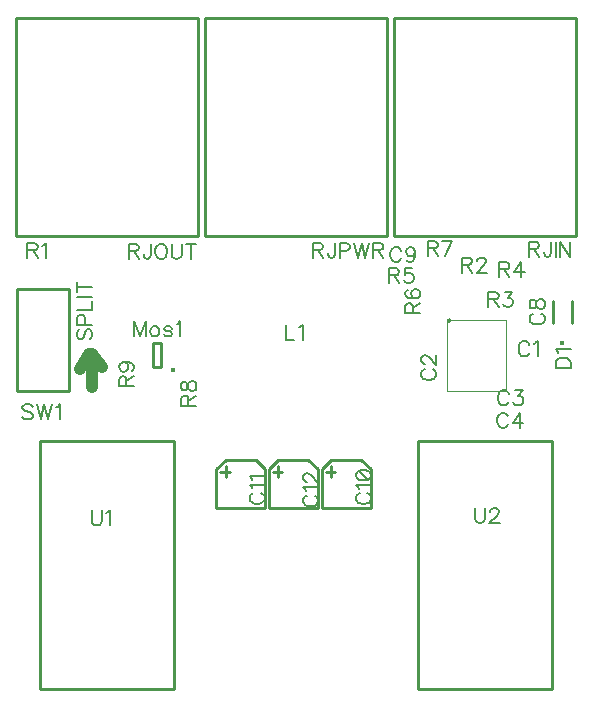
<source format=gbr>
G04 DipTrace 3.0.0.0*
G04 TopSilk.gbr*
%MOIN*%
G04 #@! TF.FileFunction,Legend,Top*
G04 #@! TF.Part,Single*
%ADD10C,0.009843*%
%ADD16C,0.03937*%
%ADD24C,0.003937*%
%ADD35C,0.015749*%
%ADD38C,0.01543*%
%ADD59C,0.00772*%
%FSLAX26Y26*%
G04*
G70*
G90*
G75*
G01*
G04 TopSilk*
%LPD*%
X1868035Y1491252D2*
D10*
G02X1868035Y1491252I3122J0D01*
G01*
X1863347Y1493742D2*
D24*
X2060210D1*
Y1257507D1*
X1863347D1*
Y1493742D1*
X1609302Y865465D2*
D10*
X1446802D1*
Y996715D1*
X1478051Y1027983D1*
X1578054Y1028057D1*
X1609302Y996715D1*
Y865465D1*
X1459299Y986927D2*
X1490547D1*
X1478051Y971061D2*
Y1007919D1*
X1257793Y865465D2*
X1095293D1*
Y996715D1*
X1126542Y1027983D1*
X1226545Y1028057D1*
X1257793Y996715D1*
Y865465D1*
X1107790Y986927D2*
X1139038D1*
X1126542Y971061D2*
Y1007919D1*
X1433267Y865465D2*
X1270767D1*
Y996715D1*
X1302016Y1027983D1*
X1402018Y1028057D1*
X1433267Y996715D1*
Y865465D1*
X1283263Y986927D2*
X1314512D1*
X1302016Y971061D2*
Y1007919D1*
X2216119Y1484484D2*
Y1555363D1*
X2279114Y1484484D2*
Y1555363D1*
D35*
X2247617Y1415594D3*
D38*
X951352Y1327430D3*
X909080Y1336629D2*
D10*
Y1415358D1*
X885420D1*
Y1336629D1*
X909080D1*
X2294042Y1774409D2*
X1686168D1*
Y2499606D1*
X2294042D1*
Y1774409D1*
X1033567D2*
X425693D1*
Y2499606D1*
X1033567D1*
Y1774409D1*
X1664178D2*
X1056304D1*
Y2499606D1*
X1664178D1*
Y1774409D1*
X431385Y1258151D2*
X604613D1*
Y1596759D1*
X431385D1*
Y1258151D1*
X507008Y1089724D2*
X952283D1*
Y264331D1*
X507008D1*
Y1089724D1*
X1767480D2*
X2212756D1*
Y264331D1*
X1767480D1*
Y1089724D1*
X680520Y1381092D2*
D16*
X679091Y1268280D1*
X670522Y1381093D2*
X639106Y1331113D1*
X680518Y1379665D2*
X714791Y1338252D1*
X2138077Y1410375D2*
D59*
X2135700Y1415129D1*
X2130892Y1419937D1*
X2126139Y1422314D1*
X2116577D1*
X2111769Y1419937D1*
X2107015Y1415129D1*
X2104584Y1410375D1*
X2102207Y1403190D1*
Y1391197D1*
X2104584Y1384067D1*
X2107015Y1379259D1*
X2111769Y1374505D1*
X2116577Y1372074D1*
X2126139D1*
X2130892Y1374505D1*
X2135700Y1379259D1*
X2138077Y1384067D1*
X2153516Y1412697D2*
X2158325Y1415129D1*
X2165510Y1422258D1*
Y1372074D1*
X1789261Y1329233D2*
X1784508Y1326856D1*
X1779699Y1322048D1*
X1777323Y1317294D1*
Y1307733D1*
X1779699Y1302924D1*
X1784508Y1298171D1*
X1789261Y1295739D1*
X1796446Y1293363D1*
X1808440D1*
X1815569Y1295739D1*
X1820378Y1298171D1*
X1825131Y1302924D1*
X1827563Y1307733D1*
Y1317294D1*
X1825131Y1322047D1*
X1820378Y1326856D1*
X1815569Y1329233D1*
X1789316Y1347104D2*
X1786940D1*
X1782131Y1349480D1*
X1779755Y1351857D1*
X1777378Y1356665D1*
Y1366227D1*
X1779755Y1370980D1*
X1782131Y1373357D1*
X1786940Y1375788D1*
X1791693D1*
X1796501Y1373357D1*
X1803631Y1368603D1*
X1827563Y1344672D1*
Y1378165D1*
X2069058Y1247223D2*
X2066681Y1251976D1*
X2061873Y1256785D1*
X2057120Y1259161D1*
X2047558D1*
X2042750Y1256785D1*
X2037996Y1251976D1*
X2035565Y1247223D1*
X2033188Y1240038D1*
Y1228045D1*
X2035565Y1220915D1*
X2037996Y1216106D1*
X2042750Y1211353D1*
X2047558Y1208921D1*
X2057120D1*
X2061873Y1211353D1*
X2066681Y1216106D1*
X2069058Y1220915D1*
X2089306Y1259106D2*
X2115559D1*
X2101244Y1239983D1*
X2108429D1*
X2113182Y1237606D1*
X2115559Y1235230D1*
X2117990Y1228045D1*
Y1223291D1*
X2115559Y1216106D1*
X2110805Y1211298D1*
X2103620Y1208921D1*
X2096435D1*
X2089306Y1211298D1*
X2086929Y1213730D1*
X2084497Y1218483D1*
X2067000Y1171643D2*
X2064623Y1176396D1*
X2059814Y1181205D1*
X2055061Y1183581D1*
X2045500D1*
X2040691Y1181205D1*
X2035938Y1176396D1*
X2033506Y1171643D1*
X2031130Y1164458D1*
Y1152465D1*
X2033506Y1145335D1*
X2035938Y1140526D1*
X2040691Y1135773D1*
X2045500Y1133341D1*
X2055061D1*
X2059814Y1135773D1*
X2064623Y1140526D1*
X2067000Y1145335D1*
X2106370Y1133341D2*
Y1183526D1*
X2082439Y1150088D1*
X2118309D1*
X2151613Y1514374D2*
X2146860Y1511998D1*
X2142051Y1507189D1*
X2139675Y1502436D1*
Y1492875D1*
X2142051Y1488066D1*
X2146860Y1483313D1*
X2151613Y1480881D1*
X2158798Y1478504D1*
X2170791D1*
X2177921Y1480881D1*
X2182730Y1483313D1*
X2187483Y1488066D1*
X2189915Y1492874D1*
Y1502436D1*
X2187483Y1507189D1*
X2182730Y1511998D1*
X2177921Y1514374D1*
X2139730Y1541752D2*
X2142106Y1534622D1*
X2146860Y1532190D1*
X2151668D1*
X2156421Y1534622D1*
X2158853Y1539375D1*
X2161230Y1548937D1*
X2163606Y1556122D1*
X2168415Y1560875D1*
X2173168Y1563252D1*
X2180353D1*
X2185106Y1560875D1*
X2187538Y1558498D1*
X2189915Y1551313D1*
Y1541752D1*
X2187538Y1534622D1*
X2185106Y1532190D1*
X2180353Y1529814D1*
X2173168D1*
X2168415Y1532190D1*
X2163606Y1536999D1*
X2161230Y1544128D1*
X2158853Y1553690D1*
X2156421Y1558498D1*
X2151668Y1560875D1*
X2146860D1*
X2142106Y1558498D1*
X2139730Y1551313D1*
Y1541752D1*
X1711036Y1724684D2*
X1708660Y1729437D1*
X1703851Y1734245D1*
X1699098Y1736622D1*
X1689536D1*
X1684728Y1734245D1*
X1679975Y1729437D1*
X1677543Y1724684D1*
X1675166Y1717499D1*
Y1705505D1*
X1677543Y1698376D1*
X1679975Y1693567D1*
X1684728Y1688814D1*
X1689536Y1686382D1*
X1699098D1*
X1703851Y1688814D1*
X1708660Y1693567D1*
X1711036Y1698376D1*
X1757592Y1719875D2*
X1755160Y1712690D1*
X1750407Y1707882D1*
X1743222Y1705505D1*
X1740846D1*
X1733661Y1707882D1*
X1728907Y1712690D1*
X1726475Y1719875D1*
Y1722252D1*
X1728907Y1729437D1*
X1733661Y1734190D1*
X1740846Y1736567D1*
X1743222D1*
X1750407Y1734190D1*
X1755160Y1729437D1*
X1757592Y1719875D1*
Y1707882D1*
X1755160Y1695944D1*
X1750407Y1688759D1*
X1743222Y1686382D1*
X1738469D1*
X1731284Y1688759D1*
X1728907Y1693567D1*
X1572200Y915748D2*
X1567447Y913372D1*
X1562638Y908563D1*
X1560262Y903810D1*
Y894249D1*
X1562638Y889440D1*
X1567447Y884687D1*
X1572200Y882255D1*
X1579385Y879879D1*
X1591379D1*
X1598508Y882255D1*
X1603317Y884687D1*
X1608070Y889440D1*
X1610502Y894249D1*
Y903810D1*
X1608070Y908563D1*
X1603317Y913372D1*
X1598508Y915748D1*
X1569879Y931188D2*
X1567447Y935996D1*
X1560317Y943181D1*
X1610502D1*
X1560317Y972990D2*
X1562694Y965805D1*
X1569879Y960997D1*
X1581817Y958620D1*
X1589002D1*
X1600940Y960997D1*
X1608125Y965805D1*
X1610502Y972990D1*
Y977744D1*
X1608125Y984929D1*
X1600940Y989682D1*
X1589002Y992114D1*
X1581817D1*
X1569879Y989682D1*
X1562694Y984929D1*
X1560317Y977744D1*
Y972990D1*
X1569879Y989682D2*
X1600940Y960997D1*
X1217472Y916842D2*
X1212719Y914466D1*
X1207910Y909657D1*
X1205534Y904904D1*
Y895342D1*
X1207910Y890534D1*
X1212719Y885781D1*
X1217472Y883349D1*
X1224657Y880972D1*
X1236650D1*
X1243780Y883349D1*
X1248588Y885781D1*
X1253342Y890534D1*
X1255774Y895342D1*
Y904904D1*
X1253342Y909657D1*
X1248589Y914466D1*
X1243780Y916842D1*
X1215150Y932281D2*
X1212719Y937090D1*
X1205589Y944275D1*
X1255774D1*
X1215150Y959714D2*
X1212719Y964523D1*
X1205589Y971708D1*
X1255774D1*
X1396165Y908238D2*
X1391411Y905861D1*
X1386603Y901053D1*
X1384226Y896300D1*
Y886738D1*
X1386603Y881930D1*
X1391411Y877177D1*
X1396165Y874745D1*
X1403350Y872368D1*
X1415343D1*
X1422473Y874745D1*
X1427281Y877177D1*
X1432035Y881930D1*
X1434466Y886738D1*
Y896300D1*
X1432035Y901053D1*
X1427281Y905861D1*
X1422473Y908238D1*
X1393843Y923677D2*
X1391412Y928486D1*
X1384282Y935671D1*
X1434466D1*
X1396220Y953542D2*
X1393843D1*
X1389035Y955918D1*
X1386658Y958295D1*
X1384282Y963103D1*
Y972665D1*
X1386658Y977418D1*
X1389035Y979795D1*
X1393843Y982227D1*
X1398597D1*
X1403405Y979795D1*
X1410535Y975042D1*
X1434466Y951110D1*
Y984603D1*
X2225509Y1334258D2*
X2275749D1*
Y1351004D1*
X2273317Y1358189D1*
X2268564Y1362998D1*
X2263756Y1365374D1*
X2256626Y1367751D1*
X2244633D1*
X2237447Y1365374D1*
X2232694Y1362998D1*
X2227886Y1358189D1*
X2225509Y1351004D1*
Y1334258D1*
X2235126Y1383190D2*
X2232694Y1387999D1*
X2225565Y1395184D1*
X2275749D1*
X1326227Y1477909D2*
Y1427669D1*
X1354912D1*
X1370351Y1468293D2*
X1375160Y1470724D1*
X1382345Y1477854D1*
Y1427669D1*
X858898Y1438341D2*
Y1488581D1*
X839775Y1438341D1*
X820652Y1488581D1*
Y1438341D1*
X886276Y1471834D2*
X881522Y1469457D1*
X876714Y1464649D1*
X874337Y1457464D1*
Y1452711D1*
X876714Y1445526D1*
X881522Y1440773D1*
X886276Y1438341D1*
X893461D1*
X898269Y1440773D1*
X903022Y1445526D1*
X905454Y1452711D1*
Y1457464D1*
X903022Y1464649D1*
X898269Y1469457D1*
X893461Y1471834D1*
X886276D1*
X947202Y1464649D2*
X944825Y1469457D1*
X937640Y1471834D1*
X930455D1*
X923270Y1469457D1*
X920893Y1464649D1*
X923270Y1459896D1*
X928078Y1457464D1*
X940017Y1455087D1*
X944825Y1452711D1*
X947202Y1447902D1*
Y1445526D1*
X944825Y1440773D1*
X937640Y1438341D1*
X930455D1*
X923270Y1440773D1*
X920893Y1445526D1*
X962641Y1478964D2*
X967449Y1481396D1*
X974634Y1488525D1*
Y1438341D1*
X465390Y1725450D2*
X486890D1*
X494075Y1727882D1*
X496507Y1730259D1*
X498883Y1735012D1*
Y1739820D1*
X496507Y1744573D1*
X494075Y1747005D1*
X486890Y1749382D1*
X465390D1*
Y1699142D1*
X482137Y1725450D2*
X498883Y1699142D1*
X514323Y1739765D2*
X519131Y1742197D1*
X526316Y1749327D1*
Y1699142D1*
X1913506Y1677430D2*
X1935006D1*
X1942191Y1679862D1*
X1944623Y1682239D1*
X1947000Y1686992D1*
Y1691801D1*
X1944623Y1696554D1*
X1942191Y1698986D1*
X1935006Y1701362D1*
X1913506D1*
Y1651122D1*
X1930253Y1677430D2*
X1947000Y1651122D1*
X1964871Y1689369D2*
Y1691745D1*
X1967247Y1696554D1*
X1969624Y1698930D1*
X1974432Y1701307D1*
X1983994D1*
X1988747Y1698930D1*
X1991124Y1696554D1*
X1993556Y1691745D1*
Y1686992D1*
X1991124Y1682184D1*
X1986370Y1675054D1*
X1962439Y1651122D1*
X1995932D1*
X2002021Y1562360D2*
X2023520D1*
X2030706Y1564791D1*
X2033137Y1567168D1*
X2035514Y1571921D1*
Y1576730D1*
X2033137Y1581483D1*
X2030706Y1583915D1*
X2023520Y1586291D1*
X2002021D1*
Y1536051D1*
X2018767Y1562360D2*
X2035514Y1536051D1*
X2055762Y1586236D2*
X2082015D1*
X2067700Y1567113D1*
X2074885D1*
X2079638Y1564736D1*
X2082015Y1562360D1*
X2084447Y1555175D1*
Y1550421D1*
X2082015Y1543236D1*
X2077262Y1538428D1*
X2070076Y1536051D1*
X2062891D1*
X2055762Y1538428D1*
X2053385Y1540860D1*
X2050953Y1545613D1*
X2038095Y1661825D2*
X2059595D1*
X2066780Y1664257D1*
X2069212Y1666634D1*
X2071588Y1671387D1*
Y1676196D1*
X2069212Y1680949D1*
X2066780Y1683381D1*
X2059595Y1685757D1*
X2038095D1*
Y1635517D1*
X2054841Y1661825D2*
X2071588Y1635517D1*
X2110959D2*
Y1685702D1*
X2087027Y1652264D1*
X2122897D1*
X1670779Y1642434D2*
X1692279D1*
X1699464Y1644866D1*
X1701896Y1647243D1*
X1704273Y1651996D1*
Y1656804D1*
X1701896Y1661558D1*
X1699464Y1663990D1*
X1692279Y1666366D1*
X1670779D1*
Y1616126D1*
X1687526Y1642434D2*
X1704273Y1616126D1*
X1748397Y1666311D2*
X1724520D1*
X1722144Y1644811D1*
X1724520Y1647188D1*
X1731705Y1649619D1*
X1738835D1*
X1746020Y1647188D1*
X1750828Y1642434D1*
X1753205Y1635249D1*
Y1630496D1*
X1750828Y1623311D1*
X1746020Y1618503D1*
X1738835Y1616126D1*
X1731705D1*
X1724520Y1618503D1*
X1722144Y1620935D1*
X1719712Y1625688D1*
X1749133Y1516334D2*
Y1537834D1*
X1746701Y1545019D1*
X1744324Y1547451D1*
X1739571Y1549827D1*
X1734762D1*
X1730009Y1547451D1*
X1727577Y1545019D1*
X1725201Y1537834D1*
Y1516334D1*
X1775441D1*
X1749133Y1533080D2*
X1775441Y1549827D1*
X1732386Y1593951D2*
X1727633Y1591575D1*
X1725256Y1584390D1*
Y1579636D1*
X1727633Y1572451D1*
X1734818Y1567643D1*
X1746756Y1565266D1*
X1758694D1*
X1768256Y1567643D1*
X1773064Y1572451D1*
X1775441Y1579636D1*
Y1582013D1*
X1773064Y1589143D1*
X1768256Y1593951D1*
X1761071Y1596328D1*
X1758694D1*
X1751509Y1593951D1*
X1746756Y1589143D1*
X1744379Y1582013D1*
Y1579636D1*
X1746756Y1572451D1*
X1751509Y1567643D1*
X1758694Y1565266D1*
X1799116Y1731759D2*
X1820616D1*
X1827801Y1734190D1*
X1830233Y1736567D1*
X1832610Y1741320D1*
Y1746129D1*
X1830233Y1750882D1*
X1827801Y1753314D1*
X1820616Y1755690D1*
X1799116D1*
Y1705450D1*
X1815863Y1731759D2*
X1832610Y1705450D1*
X1857611D2*
X1881542Y1755635D1*
X1848049D1*
X1001556Y1207771D2*
Y1229271D1*
X999125Y1236456D1*
X996748Y1238888D1*
X991995Y1241265D1*
X987186D1*
X982433Y1238888D1*
X980001Y1236456D1*
X977625Y1229271D1*
Y1207771D1*
X1027865D1*
X1001556Y1224518D2*
X1027865Y1241265D1*
X977680Y1268642D2*
X980057Y1261512D1*
X984810Y1259081D1*
X989618D1*
X994371Y1261512D1*
X996803Y1266266D1*
X999180Y1275827D1*
X1001556Y1283012D1*
X1006365Y1287765D1*
X1011118Y1290142D1*
X1018303D1*
X1023056Y1287765D1*
X1025488Y1285389D1*
X1027865Y1278204D1*
Y1268642D1*
X1025488Y1261512D1*
X1023056Y1259081D1*
X1018303Y1256704D1*
X1011118D1*
X1006365Y1259081D1*
X1001556Y1263889D1*
X999180Y1271019D1*
X996803Y1280580D1*
X994371Y1285389D1*
X989618Y1287765D1*
X984810D1*
X980057Y1285389D1*
X977680Y1278204D1*
Y1268642D1*
X794724Y1272276D2*
Y1293776D1*
X792293Y1300961D1*
X789916Y1303393D1*
X785163Y1305769D1*
X780354D1*
X775601Y1303393D1*
X773169Y1300961D1*
X770793Y1293776D1*
Y1272276D1*
X821033D1*
X794724Y1289023D2*
X821033Y1305769D1*
X787539Y1352325D2*
X794724Y1349893D1*
X799533Y1345140D1*
X801909Y1337955D1*
Y1335579D1*
X799533Y1328394D1*
X794724Y1323640D1*
X787539Y1321209D1*
X785163D1*
X777978Y1323640D1*
X773225Y1328394D1*
X770848Y1335579D1*
Y1337955D1*
X773225Y1345140D1*
X777978Y1349893D1*
X787539Y1352325D1*
X799533D1*
X811471Y1349893D1*
X818656Y1345140D1*
X821033Y1337955D1*
Y1333202D1*
X818656Y1326017D1*
X813848Y1323640D1*
X2137671Y1730159D2*
X2159171D1*
X2166356Y1732591D1*
X2168787Y1734967D1*
X2171164Y1739720D1*
Y1744529D1*
X2168787Y1749282D1*
X2166356Y1751714D1*
X2159171Y1754091D1*
X2137671D1*
Y1703851D1*
X2154417Y1730159D2*
X2171164Y1703851D1*
X2210535Y1754091D2*
Y1715844D1*
X2208158Y1708659D1*
X2205726Y1706282D1*
X2200973Y1703851D1*
X2196165D1*
X2191412Y1706282D1*
X2189035Y1708659D1*
X2186603Y1715844D1*
Y1720597D1*
X2225974Y1754091D2*
Y1703851D1*
X2274907Y1754091D2*
Y1703851D1*
X2241413Y1754091D1*
Y1703851D1*
X803708Y1723259D2*
X825208D1*
X832393Y1725690D1*
X834825Y1728067D1*
X837202Y1732820D1*
Y1737629D1*
X834825Y1742382D1*
X832393Y1744814D1*
X825208Y1747190D1*
X803708D1*
Y1696950D1*
X820455Y1723259D2*
X837202Y1696950D1*
X876573Y1747190D2*
Y1708944D1*
X874196Y1701759D1*
X871764Y1699382D1*
X867011Y1696950D1*
X862203D1*
X857449Y1699382D1*
X855073Y1701759D1*
X852641Y1708944D1*
Y1713697D1*
X906382Y1747190D2*
X901574Y1744814D1*
X896820Y1740005D1*
X894389Y1735252D1*
X892012Y1728067D1*
Y1716074D1*
X894389Y1708944D1*
X896820Y1704135D1*
X901574Y1699382D1*
X906382Y1696950D1*
X915944D1*
X920697Y1699382D1*
X925505Y1704135D1*
X927882Y1708944D1*
X930258Y1716074D1*
Y1728067D1*
X927882Y1735252D1*
X925505Y1740005D1*
X920697Y1744814D1*
X915944Y1747190D1*
X906382D1*
X945698D2*
Y1711320D1*
X948074Y1704135D1*
X952883Y1699382D1*
X960068Y1696950D1*
X964821D1*
X972006Y1699382D1*
X976814Y1704135D1*
X979191Y1711320D1*
Y1747190D1*
X1011377D2*
Y1696950D1*
X994630Y1747190D2*
X1028124D1*
X1417653Y1726333D2*
X1439153D1*
X1446338Y1728765D1*
X1448770Y1731142D1*
X1451147Y1735895D1*
Y1740703D1*
X1448770Y1745457D1*
X1446338Y1747888D1*
X1439153Y1750265D1*
X1417653D1*
Y1700025D1*
X1434400Y1726333D2*
X1451147Y1700025D1*
X1490518Y1750265D2*
Y1712019D1*
X1488141Y1704834D1*
X1485709Y1702457D1*
X1480956Y1700025D1*
X1476147D1*
X1471394Y1702457D1*
X1469018Y1704834D1*
X1466586Y1712019D1*
Y1716772D1*
X1505957Y1723957D2*
X1527512D1*
X1534642Y1726333D1*
X1537074Y1728765D1*
X1539450Y1733518D1*
Y1740703D1*
X1537074Y1745457D1*
X1534642Y1747888D1*
X1527512Y1750265D1*
X1505957D1*
Y1700025D1*
X1554889Y1750265D2*
X1566883Y1700025D1*
X1578821Y1750265D1*
X1590759Y1700025D1*
X1602753Y1750265D1*
X1618192Y1726333D2*
X1639692D1*
X1646877Y1728765D1*
X1649309Y1731142D1*
X1651685Y1735895D1*
Y1740703D1*
X1649309Y1745457D1*
X1646877Y1747888D1*
X1639692Y1750265D1*
X1618192D1*
Y1700025D1*
X1634939Y1726333D2*
X1651685Y1700025D1*
X482157Y1204887D2*
X477404Y1209696D1*
X470219Y1212072D1*
X460657D1*
X453472Y1209696D1*
X448664Y1204887D1*
Y1200134D1*
X451096Y1195325D1*
X453472Y1192949D1*
X458225Y1190572D1*
X472596Y1185764D1*
X477404Y1183387D1*
X479781Y1180955D1*
X482157Y1176202D1*
Y1169017D1*
X477404Y1164264D1*
X470219Y1161832D1*
X460657D1*
X453472Y1164264D1*
X448664Y1169017D1*
X497596Y1212072D2*
X509590Y1161832D1*
X521528Y1212072D1*
X533466Y1161832D1*
X545460Y1212072D1*
X560899Y1202455D2*
X565708Y1204887D1*
X572893Y1212017D1*
Y1161832D1*
X679373Y859320D2*
Y823450D1*
X681750Y816265D1*
X686558Y811512D1*
X693743Y809080D1*
X698496D1*
X705681Y811512D1*
X710490Y816265D1*
X712866Y823450D1*
Y859320D1*
X728306Y849703D2*
X733114Y852135D1*
X740299Y859265D1*
Y809080D1*
X1956416Y866831D2*
Y830961D1*
X1958792Y823776D1*
X1963601Y819023D1*
X1970786Y816591D1*
X1975539D1*
X1982724Y819023D1*
X1987532Y823776D1*
X1989909Y830961D1*
Y866831D1*
X2007780Y854837D2*
Y857214D1*
X2010157Y862022D1*
X2012533Y864399D1*
X2017342Y866775D1*
X2026903D1*
X2031657Y864399D1*
X2034033Y862022D1*
X2036465Y857214D1*
Y852461D1*
X2034033Y847652D1*
X2029280Y840522D1*
X2005348Y816591D1*
X2038842D1*
X637947Y1462159D2*
X633138Y1457406D1*
X630762Y1450221D1*
Y1440659D1*
X633138Y1433474D1*
X637947Y1428666D1*
X642700D1*
X647509Y1431098D1*
X649885Y1433474D1*
X652262Y1438227D1*
X657070Y1452597D1*
X659447Y1457406D1*
X661879Y1459782D1*
X666632Y1462159D1*
X673817D1*
X678570Y1457406D1*
X681002Y1450221D1*
Y1440659D1*
X678570Y1433474D1*
X673817Y1428666D1*
X657070Y1477598D2*
Y1499153D1*
X654694Y1506283D1*
X652262Y1508715D1*
X647509Y1511092D1*
X640324D1*
X635570Y1508715D1*
X633138Y1506283D1*
X630762Y1499153D1*
Y1477598D1*
X681002D1*
X630762Y1526531D2*
X681002D1*
Y1555216D1*
X630762Y1570655D2*
X681002D1*
X630762Y1602841D2*
X681002D1*
X630762Y1586094D2*
Y1619587D1*
M02*

</source>
